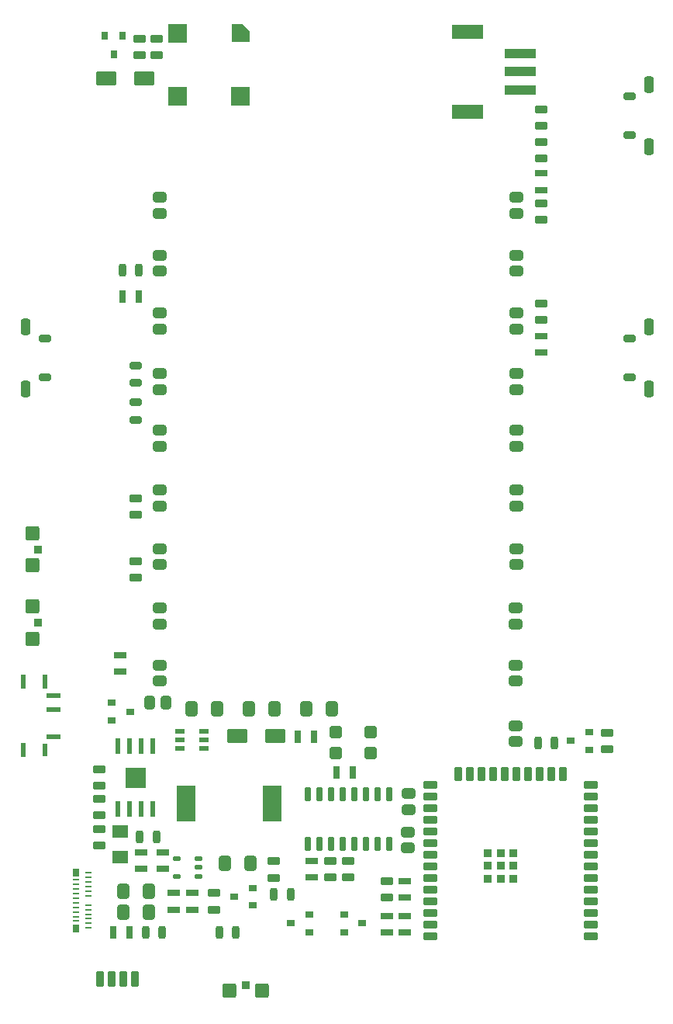
<source format=gbp>
%FSLAX44Y44*%
%MOMM*%
G71*
G04*
G04 #@! TF.SameCoordinates,80543DCF-8C45-4766-8294-206619DBCA83*
G04*
G04*
G04 #@! TF.FilePolarity,Positive*
G04*
G01*
G75*
G04:AMPARAMS|DCode=14|XSize=1.5mm|YSize=1.5mm|CornerRadius=0.1875mm|HoleSize=0mm|Usage=FLASHONLY|Rotation=270.000|XOffset=0mm|YOffset=0mm|HoleType=Round|Shape=RoundedRectangle|*
%AMROUNDEDRECTD14*
21,1,1.5000,1.1250,0,0,270.0*
21,1,1.1250,1.5000,0,0,270.0*
1,1,0.3750,-0.5625,-0.5625*
1,1,0.3750,-0.5625,0.5625*
1,1,0.3750,0.5625,0.5625*
1,1,0.3750,0.5625,-0.5625*
%
%ADD14ROUNDEDRECTD14*%
G04:AMPARAMS|DCode=15|XSize=0.9mm|YSize=0.9mm|CornerRadius=0.1125mm|HoleSize=0mm|Usage=FLASHONLY|Rotation=270.000|XOffset=0mm|YOffset=0mm|HoleType=Round|Shape=RoundedRectangle|*
%AMROUNDEDRECTD15*
21,1,0.9000,0.6750,0,0,270.0*
21,1,0.6750,0.9000,0,0,270.0*
1,1,0.2250,-0.3375,-0.3375*
1,1,0.2250,-0.3375,0.3375*
1,1,0.2250,0.3375,0.3375*
1,1,0.2250,0.3375,-0.3375*
%
%ADD15ROUNDEDRECTD15*%
G04:AMPARAMS|DCode=16|XSize=1.4mm|YSize=0.8mm|CornerRadius=0.2mm|HoleSize=0mm|Usage=FLASHONLY|Rotation=270.000|XOffset=0mm|YOffset=0mm|HoleType=Round|Shape=RoundedRectangle|*
%AMROUNDEDRECTD16*
21,1,1.4000,0.4000,0,0,270.0*
21,1,1.0000,0.8000,0,0,270.0*
1,1,0.4000,-0.2000,-0.5000*
1,1,0.4000,-0.2000,0.5000*
1,1,0.4000,0.2000,0.5000*
1,1,0.4000,0.2000,-0.5000*
%
%ADD16ROUNDEDRECTD16*%
G04:AMPARAMS|DCode=38|XSize=1.4mm|YSize=0.8mm|CornerRadius=0.2mm|HoleSize=0mm|Usage=FLASHONLY|Rotation=180.000|XOffset=0mm|YOffset=0mm|HoleType=Round|Shape=RoundedRectangle|*
%AMROUNDEDRECTD38*
21,1,1.4000,0.4000,0,0,180.0*
21,1,1.0000,0.8000,0,0,180.0*
1,1,0.4000,-0.5000,0.2000*
1,1,0.4000,0.5000,0.2000*
1,1,0.4000,0.5000,-0.2000*
1,1,0.4000,-0.5000,-0.2000*
%
%ADD38ROUNDEDRECTD38*%
%ADD39R,1.4000X0.8000*%
%ADD40R,0.8000X1.4000*%
G04:AMPARAMS|DCode=41|XSize=0.8mm|YSize=1.3mm|CornerRadius=0.12mm|HoleSize=0mm|Usage=FLASHONLY|Rotation=270.000|XOffset=0mm|YOffset=0mm|HoleType=Round|Shape=RoundedRectangle|*
%AMROUNDEDRECTD41*
21,1,0.8000,1.0600,0,0,270.0*
21,1,0.5600,1.3000,0,0,270.0*
1,1,0.2400,-0.5300,-0.2800*
1,1,0.2400,-0.5300,0.2800*
1,1,0.2400,0.5300,0.2800*
1,1,0.2400,0.5300,-0.2800*
%
%ADD41ROUNDEDRECTD41*%
%ADD42R,0.9000X0.8000*%
G04:AMPARAMS|DCode=43|XSize=1.16mm|YSize=1.47mm|CornerRadius=0.29mm|HoleSize=0mm|Usage=FLASHONLY|Rotation=0.000|XOffset=0mm|YOffset=0mm|HoleType=Round|Shape=RoundedRectangle|*
%AMROUNDEDRECTD43*
21,1,1.1600,0.8900,0,0,0.0*
21,1,0.5800,1.4700,0,0,0.0*
1,1,0.5800,0.2900,-0.4450*
1,1,0.5800,-0.2900,-0.4450*
1,1,0.5800,-0.2900,0.4450*
1,1,0.5800,0.2900,0.4450*
%
%ADD43ROUNDEDRECTD43*%
G04:AMPARAMS|DCode=44|XSize=1.16mm|YSize=1.47mm|CornerRadius=0.29mm|HoleSize=0mm|Usage=FLASHONLY|Rotation=90.000|XOffset=0mm|YOffset=0mm|HoleType=Round|Shape=RoundedRectangle|*
%AMROUNDEDRECTD44*
21,1,1.1600,0.8900,0,0,90.0*
21,1,0.5800,1.4700,0,0,90.0*
1,1,0.5800,0.4450,0.2900*
1,1,0.5800,0.4450,-0.2900*
1,1,0.5800,-0.4450,-0.2900*
1,1,0.5800,-0.4450,0.2900*
%
%ADD44ROUNDEDRECTD44*%
%ADD45R,3.5000X1.0000*%
%ADD46R,3.4000X1.5000*%
G04:AMPARAMS|DCode=47|XSize=0.9mm|YSize=0.9mm|CornerRadius=0.1125mm|HoleSize=0mm|Usage=FLASHONLY|Rotation=180.000|XOffset=0mm|YOffset=0mm|HoleType=Round|Shape=RoundedRectangle|*
%AMROUNDEDRECTD47*
21,1,0.9000,0.6750,0,0,180.0*
21,1,0.6750,0.9000,0,0,180.0*
1,1,0.2250,-0.3375,0.3375*
1,1,0.2250,0.3375,0.3375*
1,1,0.2250,0.3375,-0.3375*
1,1,0.2250,-0.3375,-0.3375*
%
%ADD47ROUNDEDRECTD47*%
G04:AMPARAMS|DCode=48|XSize=1.5mm|YSize=1.5mm|CornerRadius=0.1875mm|HoleSize=0mm|Usage=FLASHONLY|Rotation=180.000|XOffset=0mm|YOffset=0mm|HoleType=Round|Shape=RoundedRectangle|*
%AMROUNDEDRECTD48*
21,1,1.5000,1.1250,0,0,180.0*
21,1,1.1250,1.5000,0,0,180.0*
1,1,0.3750,-0.5625,0.5625*
1,1,0.3750,0.5625,0.5625*
1,1,0.3750,0.5625,-0.5625*
1,1,0.3750,-0.5625,-0.5625*
%
%ADD48ROUNDEDRECTD48*%
G04:AMPARAMS|DCode=49|XSize=2.2mm|YSize=1.5mm|CornerRadius=0.1875mm|HoleSize=0mm|Usage=FLASHONLY|Rotation=0.000|XOffset=0mm|YOffset=0mm|HoleType=Round|Shape=RoundedRectangle|*
%AMROUNDEDRECTD49*
21,1,2.2000,1.1250,0,0,0.0*
21,1,1.8250,1.5000,0,0,0.0*
1,1,0.3750,0.9125,-0.5625*
1,1,0.3750,-0.9125,-0.5625*
1,1,0.3750,-0.9125,0.5625*
1,1,0.3750,0.9125,0.5625*
%
%ADD49ROUNDEDRECTD49*%
G04:AMPARAMS|DCode=50|XSize=1.4mm|YSize=1.4mm|CornerRadius=0.35mm|HoleSize=0mm|Usage=FLASHONLY|Rotation=270.000|XOffset=0mm|YOffset=0mm|HoleType=Round|Shape=RoundedRectangle|*
%AMROUNDEDRECTD50*
21,1,1.4000,0.7000,0,0,270.0*
21,1,0.7000,1.4000,0,0,270.0*
1,1,0.7000,-0.3500,-0.3500*
1,1,0.7000,-0.3500,0.3500*
1,1,0.7000,0.3500,0.3500*
1,1,0.7000,0.3500,-0.3500*
%
%ADD50ROUNDEDRECTD50*%
%ADD51R,0.8000X0.9000*%
%ADD53R,2.0000X2.0000*%
%ADD54R,2.0000X2.0000*%
G04:AMPARAMS|DCode=55|XSize=1mm|YSize=1.8mm|CornerRadius=0.25mm|HoleSize=0mm|Usage=FLASHONLY|Rotation=180.000|XOffset=0mm|YOffset=0mm|HoleType=Round|Shape=RoundedRectangle|*
%AMROUNDEDRECTD55*
21,1,1.0000,1.3000,0,0,180.0*
21,1,0.5000,1.8000,0,0,180.0*
1,1,0.5000,-0.2500,0.6500*
1,1,0.5000,0.2500,0.6500*
1,1,0.5000,0.2500,-0.6500*
1,1,0.5000,-0.2500,-0.6500*
%
%ADD55ROUNDEDRECTD55*%
G04:AMPARAMS|DCode=56|XSize=1.3mm|YSize=0.8mm|CornerRadius=0.2mm|HoleSize=0mm|Usage=FLASHONLY|Rotation=180.000|XOffset=0mm|YOffset=0mm|HoleType=Round|Shape=RoundedRectangle|*
%AMROUNDEDRECTD56*
21,1,1.3000,0.4000,0,0,180.0*
21,1,0.9000,0.8000,0,0,180.0*
1,1,0.4000,-0.4500,0.2000*
1,1,0.4000,0.4500,0.2000*
1,1,0.4000,0.4500,-0.2000*
1,1,0.4000,-0.4500,-0.2000*
%
%ADD56ROUNDEDRECTD56*%
G04:AMPARAMS|DCode=57|XSize=0.55mm|YSize=0.8mm|CornerRadius=0.1375mm|HoleSize=0mm|Usage=FLASHONLY|Rotation=90.000|XOffset=0mm|YOffset=0mm|HoleType=Round|Shape=RoundedRectangle|*
%AMROUNDEDRECTD57*
21,1,0.5500,0.5250,0,0,90.0*
21,1,0.2750,0.8000,0,0,90.0*
1,1,0.2750,0.2625,0.1375*
1,1,0.2750,0.2625,-0.1375*
1,1,0.2750,-0.2625,-0.1375*
1,1,0.2750,-0.2625,0.1375*
%
%ADD57ROUNDEDRECTD57*%
G04:AMPARAMS|DCode=58|XSize=1.397mm|YSize=1.651mm|CornerRadius=0.3493mm|HoleSize=0mm|Usage=FLASHONLY|Rotation=0.000|XOffset=0mm|YOffset=0mm|HoleType=Round|Shape=RoundedRectangle|*
%AMROUNDEDRECTD58*
21,1,1.3970,0.9525,0,0,0.0*
21,1,0.6985,1.6510,0,0,0.0*
1,1,0.6985,0.3493,-0.4763*
1,1,0.6985,-0.3493,-0.4763*
1,1,0.6985,-0.3493,0.4763*
1,1,0.6985,0.3493,0.4763*
%
%ADD58ROUNDEDRECTD58*%
G04:AMPARAMS|DCode=59|XSize=1.75mm|YSize=0.8mm|CornerRadius=0.1mm|HoleSize=0mm|Usage=FLASHONLY|Rotation=90.000|XOffset=0mm|YOffset=0mm|HoleType=Round|Shape=RoundedRectangle|*
%AMROUNDEDRECTD59*
21,1,1.7500,0.6000,0,0,90.0*
21,1,1.5500,0.8000,0,0,90.0*
1,1,0.2000,0.3000,0.7750*
1,1,0.2000,0.3000,-0.7750*
1,1,0.2000,-0.3000,-0.7750*
1,1,0.2000,-0.3000,0.7750*
%
%ADD59ROUNDEDRECTD59*%
G04:AMPARAMS|DCode=60|XSize=0.59mm|YSize=1mm|CornerRadius=0.0738mm|HoleSize=0mm|Usage=FLASHONLY|Rotation=270.000|XOffset=0mm|YOffset=0mm|HoleType=Round|Shape=RoundedRectangle|*
%AMROUNDEDRECTD60*
21,1,0.5900,0.8525,0,0,270.0*
21,1,0.4425,1.0000,0,0,270.0*
1,1,0.1475,-0.4263,-0.2213*
1,1,0.1475,-0.4263,0.2213*
1,1,0.1475,0.4263,0.2213*
1,1,0.1475,0.4263,-0.2213*
%
%ADD60ROUNDEDRECTD60*%
G04:AMPARAMS|DCode=61|XSize=0.55mm|YSize=1.3mm|CornerRadius=0.0688mm|HoleSize=0mm|Usage=FLASHONLY|Rotation=0.000|XOffset=0mm|YOffset=0mm|HoleType=Round|Shape=RoundedRectangle|*
%AMROUNDEDRECTD61*
21,1,0.5500,1.1625,0,0,0.0*
21,1,0.4125,1.3000,0,0,0.0*
1,1,0.1375,0.2063,-0.5813*
1,1,0.1375,-0.2063,-0.5813*
1,1,0.1375,-0.2063,0.5813*
1,1,0.1375,0.2063,0.5813*
%
%ADD61ROUNDEDRECTD61*%
G04:AMPARAMS|DCode=62|XSize=0.6mm|YSize=1.5mm|CornerRadius=0.09mm|HoleSize=0mm|Usage=FLASHONLY|Rotation=180.000|XOffset=0mm|YOffset=0mm|HoleType=Round|Shape=RoundedRectangle|*
%AMROUNDEDRECTD62*
21,1,0.6000,1.3200,0,0,180.0*
21,1,0.4200,1.5000,0,0,180.0*
1,1,0.1800,-0.2100,0.6600*
1,1,0.1800,0.2100,0.6600*
1,1,0.1800,0.2100,-0.6600*
1,1,0.1800,-0.2100,-0.6600*
%
%ADD62ROUNDEDRECTD62*%
%ADD63R,2.0000X4.0000*%
G04:AMPARAMS|DCode=64|XSize=0.55mm|YSize=1.5mm|CornerRadius=0.0688mm|HoleSize=0mm|Usage=FLASHONLY|Rotation=90.000|XOffset=0mm|YOffset=0mm|HoleType=Round|Shape=RoundedRectangle|*
%AMROUNDEDRECTD64*
21,1,0.5500,1.3625,0,0,90.0*
21,1,0.4125,1.5000,0,0,90.0*
1,1,0.1375,0.6813,0.2063*
1,1,0.1375,0.6813,-0.2063*
1,1,0.1375,-0.6813,-0.2063*
1,1,0.1375,-0.6813,0.2063*
%
%ADD64ROUNDEDRECTD64*%
G04:AMPARAMS|DCode=65|XSize=0.55mm|YSize=1.5mm|CornerRadius=0.0688mm|HoleSize=0mm|Usage=FLASHONLY|Rotation=0.000|XOffset=0mm|YOffset=0mm|HoleType=Round|Shape=RoundedRectangle|*
%AMROUNDEDRECTD65*
21,1,0.5500,1.3625,0,0,0.0*
21,1,0.4125,1.5000,0,0,0.0*
1,1,0.1375,0.2063,-0.6813*
1,1,0.1375,-0.2063,-0.6813*
1,1,0.1375,-0.2063,0.6813*
1,1,0.1375,0.2063,0.6813*
%
%ADD65ROUNDEDRECTD65*%
%ADD66R,1.8000X1.4000*%
G04:AMPARAMS|DCode=67|XSize=1.5mm|YSize=0.9mm|CornerRadius=0.1125mm|HoleSize=0mm|Usage=FLASHONLY|Rotation=270.000|XOffset=0mm|YOffset=0mm|HoleType=Round|Shape=RoundedRectangle|*
%AMROUNDEDRECTD67*
21,1,1.5000,0.6750,0,0,270.0*
21,1,1.2750,0.9000,0,0,270.0*
1,1,0.2250,-0.3375,-0.6375*
1,1,0.2250,-0.3375,0.6375*
1,1,0.2250,0.3375,0.6375*
1,1,0.2250,0.3375,-0.6375*
%
%ADD67ROUNDEDRECTD67*%
G04:AMPARAMS|DCode=68|XSize=1.5mm|YSize=0.9mm|CornerRadius=0.1125mm|HoleSize=0mm|Usage=FLASHONLY|Rotation=0.000|XOffset=0mm|YOffset=0mm|HoleType=Round|Shape=RoundedRectangle|*
%AMROUNDEDRECTD68*
21,1,1.5000,0.6750,0,0,0.0*
21,1,1.2750,0.9000,0,0,0.0*
1,1,0.2250,0.6375,-0.3375*
1,1,0.2250,-0.6375,-0.3375*
1,1,0.2250,-0.6375,0.3375*
1,1,0.2250,0.6375,0.3375*
%
%ADD68ROUNDEDRECTD68*%
%ADD70R,0.6000X1.8000*%
%ADD71R,2.2000X2.2000*%
%ADD72R,0.7000X0.8500*%
%ADD73R,0.7000X0.2500*%
G04:AMPARAMS|DCode=112|XSize=0.8mm|YSize=0.8mm|CornerRadius=0mm|HoleSize=0mm|Usage=FLASHONLY|Rotation=0.000|XOffset=0mm|YOffset=0mm|HoleType=Round|Shape=RoundedRectangle|*
%AMROUNDEDRECTD112*
21,1,0.8000,0.8000,0,0,0.0*
21,1,0.8000,0.8000,0,0,0.0*
1,1,0.0000,0.4000,-0.4000*
1,1,0.0000,-0.4000,-0.4000*
1,1,0.0000,-0.4000,0.4000*
1,1,0.0000,0.4000,0.4000*
%
%ADD112ROUNDEDRECTD112*%
G36*
X-445500Y1064000D02*
Y1052000D01*
X-465500D01*
Y1072000D01*
X-453500D01*
X-445500Y1064000D01*
D02*
G37*
D14*
X-432500Y17250D02*
D03*
X-467500D02*
D03*
D15*
X-450000Y23750D02*
D03*
D16*
X-584750Y803250D02*
D03*
X-566750D02*
D03*
X-130875Y288010D02*
D03*
X-112875D02*
D03*
X-565500Y185500D02*
D03*
X-547500D02*
D03*
X-461000Y81000D02*
D03*
X-479000D02*
D03*
X-559500D02*
D03*
X-541500D02*
D03*
X-419000Y122250D02*
D03*
X-401000D02*
D03*
D38*
X-610000Y175750D02*
D03*
Y193750D02*
D03*
Y209000D02*
D03*
Y227000D02*
D03*
Y259000D02*
D03*
Y241000D02*
D03*
X-127000Y749000D02*
D03*
Y767000D02*
D03*
Y925000D02*
D03*
Y943000D02*
D03*
Y961000D02*
D03*
Y979000D02*
D03*
Y876000D02*
D03*
Y858000D02*
D03*
X-55000Y280760D02*
D03*
Y298760D02*
D03*
X-566250Y1055750D02*
D03*
Y1037750D02*
D03*
X-547250Y1055750D02*
D03*
Y1037750D02*
D03*
X-358000Y159000D02*
D03*
Y141000D02*
D03*
X-338000D02*
D03*
Y159000D02*
D03*
X-570000Y554500D02*
D03*
Y536500D02*
D03*
X-484750Y106000D02*
D03*
Y124000D02*
D03*
X-570000Y486000D02*
D03*
Y468000D02*
D03*
X-419000Y158750D02*
D03*
Y140750D02*
D03*
X-296000Y137000D02*
D03*
Y119000D02*
D03*
D39*
X-127000Y909000D02*
D03*
Y891000D02*
D03*
Y731615D02*
D03*
Y713615D02*
D03*
X-378000Y141000D02*
D03*
Y159000D02*
D03*
X-540307Y168334D02*
D03*
Y150334D02*
D03*
X-564057Y168334D02*
D03*
Y150334D02*
D03*
X-508000Y106000D02*
D03*
Y124000D02*
D03*
X-587000Y383750D02*
D03*
Y365750D02*
D03*
X-276000Y137000D02*
D03*
Y119000D02*
D03*
Y81000D02*
D03*
Y99000D02*
D03*
X-296000Y81000D02*
D03*
Y99000D02*
D03*
X-529000Y124000D02*
D03*
Y106000D02*
D03*
D40*
X-584750Y775000D02*
D03*
X-566750D02*
D03*
X-333000Y256000D02*
D03*
X-351000D02*
D03*
X-393250Y294250D02*
D03*
X-375250D02*
D03*
X-577000Y81000D02*
D03*
X-595000D02*
D03*
D41*
X-570000Y680500D02*
D03*
Y699500D02*
D03*
Y640250D02*
D03*
Y659250D02*
D03*
D42*
X-596000Y331500D02*
D03*
Y312500D02*
D03*
X-576000Y322000D02*
D03*
X-75000Y280510D02*
D03*
Y299510D02*
D03*
X-95000Y290010D02*
D03*
X-442250Y110500D02*
D03*
Y129500D02*
D03*
X-462250Y120000D02*
D03*
X-322500Y91000D02*
D03*
X-342500Y81500D02*
D03*
Y100500D02*
D03*
X-400750Y91000D02*
D03*
X-380750Y100500D02*
D03*
Y81500D02*
D03*
D43*
X-537200Y332000D02*
D03*
X-554800D02*
D03*
D44*
X-155000Y306800D02*
D03*
Y289200D02*
D03*
X-154635Y819800D02*
D03*
Y802200D02*
D03*
Y756800D02*
D03*
Y739200D02*
D03*
Y690800D02*
D03*
Y673200D02*
D03*
X-154635Y628800D02*
D03*
Y611200D02*
D03*
X-154635Y563800D02*
D03*
Y546200D02*
D03*
X-154000Y499800D02*
D03*
Y482200D02*
D03*
X-154635Y882800D02*
D03*
Y865200D02*
D03*
X-155000Y372800D02*
D03*
Y355200D02*
D03*
Y434800D02*
D03*
Y417200D02*
D03*
X-544000Y690800D02*
D03*
Y673200D02*
D03*
Y756800D02*
D03*
Y739200D02*
D03*
Y628800D02*
D03*
Y611200D02*
D03*
Y882800D02*
D03*
Y865200D02*
D03*
Y819800D02*
D03*
Y802200D02*
D03*
Y499800D02*
D03*
Y482200D02*
D03*
Y563800D02*
D03*
Y546200D02*
D03*
Y372800D02*
D03*
Y355200D02*
D03*
Y434800D02*
D03*
Y417200D02*
D03*
X-273000Y173200D02*
D03*
Y190800D02*
D03*
X-272250Y214950D02*
D03*
Y232550D02*
D03*
D45*
X-150000Y1000000D02*
D03*
Y1020000D02*
D03*
Y1040000D02*
D03*
D46*
X-207500Y1063500D02*
D03*
Y976500D02*
D03*
D47*
X-676500Y499000D02*
D03*
X-676500Y419000D02*
D03*
D48*
X-683000Y481500D02*
D03*
Y516500D02*
D03*
X-683000Y401500D02*
D03*
Y436500D02*
D03*
D49*
X-417500Y295250D02*
D03*
X-459500D02*
D03*
X-560500Y1012250D02*
D03*
X-602500D02*
D03*
D50*
X-351600Y277000D02*
D03*
X-313600D02*
D03*
Y300000D02*
D03*
X-351600D02*
D03*
D51*
X-594250Y1038750D02*
D03*
X-603750Y1058750D02*
D03*
X-584750D02*
D03*
D53*
X-524500Y1062000D02*
D03*
X-455500Y993000D02*
D03*
D54*
X-524500D02*
D03*
D55*
X-9750Y1005750D02*
D03*
Y938250D02*
D03*
X-690250Y741250D02*
D03*
Y673750D02*
D03*
X-9750Y741250D02*
D03*
Y673750D02*
D03*
D56*
X-31000Y951000D02*
D03*
Y993000D02*
D03*
X-669000Y686500D02*
D03*
Y728500D02*
D03*
X-31000Y686500D02*
D03*
Y728500D02*
D03*
D57*
X-501200Y161500D02*
D03*
Y152000D02*
D03*
Y142500D02*
D03*
X-525200Y161500D02*
D03*
Y142500D02*
D03*
D58*
X-445030Y156500D02*
D03*
X-472970D02*
D03*
X-508970Y325000D02*
D03*
X-481030D02*
D03*
X-583970Y126000D02*
D03*
X-556030D02*
D03*
X-383500Y325000D02*
D03*
X-355560D02*
D03*
X-583970Y103000D02*
D03*
X-556030D02*
D03*
X-418780Y325000D02*
D03*
X-446720D02*
D03*
D59*
X-570950Y30750D02*
D03*
X-583650D02*
D03*
X-596350D02*
D03*
X-609050D02*
D03*
D60*
X-495500Y281500D02*
D03*
Y291000D02*
D03*
Y300500D02*
D03*
X-521500Y291000D02*
D03*
Y281500D02*
D03*
Y300500D02*
D03*
D61*
X-669250Y280500D02*
D03*
D62*
X-382450Y232000D02*
D03*
X-369750D02*
D03*
X-357050D02*
D03*
X-344350D02*
D03*
X-331650D02*
D03*
X-318950D02*
D03*
X-306250D02*
D03*
X-382450Y178000D02*
D03*
X-369750D02*
D03*
X-357050D02*
D03*
X-344350D02*
D03*
X-331650D02*
D03*
X-318950D02*
D03*
X-306250D02*
D03*
X-293550Y232000D02*
D03*
Y178000D02*
D03*
D63*
X-515000Y221750D02*
D03*
X-421000D02*
D03*
D64*
X-660000Y324250D02*
D03*
Y294250D02*
D03*
Y339250D02*
D03*
D65*
X-669250Y354500D02*
D03*
X-693000D02*
D03*
Y280500D02*
D03*
D66*
X-586750Y191000D02*
D03*
Y163000D02*
D03*
D67*
X-204950Y254200D02*
D03*
X-217650D02*
D03*
X-192250D02*
D03*
X-179550D02*
D03*
X-103350D02*
D03*
X-116050D02*
D03*
X-128750D02*
D03*
X-166850D02*
D03*
X-154150D02*
D03*
X-141450D02*
D03*
D68*
X-73000Y229000D02*
D03*
X-248000D02*
D03*
X-73000Y76600D02*
D03*
X-248000D02*
D03*
X-73000Y89300D02*
D03*
X-248000D02*
D03*
X-73000Y102000D02*
D03*
X-248000D02*
D03*
X-73000Y114700D02*
D03*
X-248000D02*
D03*
X-73000Y127400D02*
D03*
X-248000D02*
D03*
X-73000Y140100D02*
D03*
X-248000D02*
D03*
X-73000Y152800D02*
D03*
X-248000D02*
D03*
X-73000Y165500D02*
D03*
X-248000D02*
D03*
X-73000Y178200D02*
D03*
X-248000D02*
D03*
X-73000Y190900D02*
D03*
X-248000D02*
D03*
X-73000Y203600D02*
D03*
X-248000D02*
D03*
X-73000Y216300D02*
D03*
X-248000D02*
D03*
Y241700D02*
D03*
X-73000D02*
D03*
D70*
X-589550Y284500D02*
D03*
X-576850D02*
D03*
X-564150D02*
D03*
X-551450D02*
D03*
X-589550Y215500D02*
D03*
X-576850D02*
D03*
X-564150D02*
D03*
X-551450D02*
D03*
D71*
X-570500Y250000D02*
D03*
D72*
X-635000Y85500D02*
D03*
Y146500D02*
D03*
D73*
Y93500D02*
D03*
Y98500D02*
D03*
Y103500D02*
D03*
Y108500D02*
D03*
Y113500D02*
D03*
Y118500D02*
D03*
Y123500D02*
D03*
Y128500D02*
D03*
Y133500D02*
D03*
Y138500D02*
D03*
X-622000Y146000D02*
D03*
Y141000D02*
D03*
Y136000D02*
D03*
Y131000D02*
D03*
Y126000D02*
D03*
Y121000D02*
D03*
Y111000D02*
D03*
Y106000D02*
D03*
Y101000D02*
D03*
Y96000D02*
D03*
Y91000D02*
D03*
Y86000D02*
D03*
D112*
X-171400Y139800D02*
D03*
X-185400D02*
D03*
X-157400D02*
D03*
Y153800D02*
D03*
X-185400D02*
D03*
X-171400D02*
D03*
Y167800D02*
D03*
X-185400D02*
D03*
X-157400D02*
D03*
M02*

</source>
